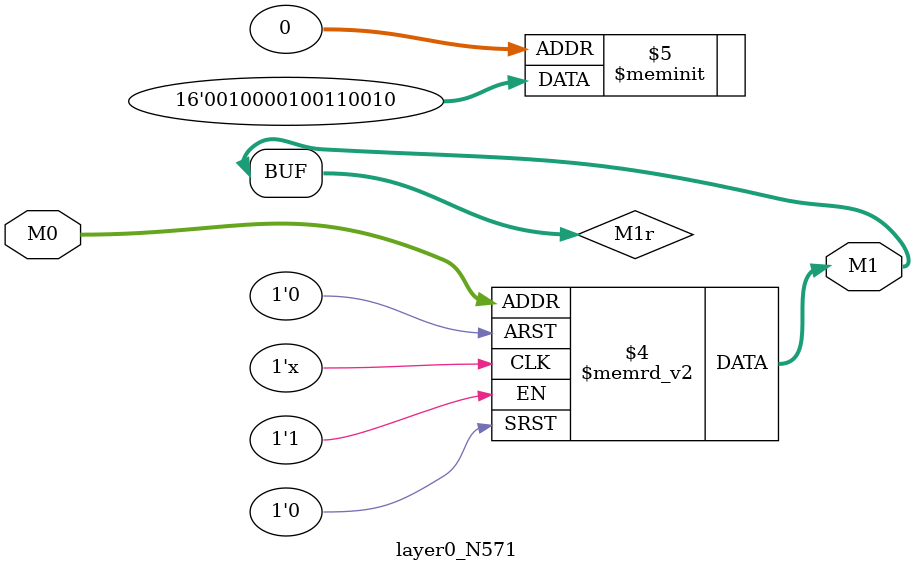
<source format=v>
module layer0_N571 ( input [2:0] M0, output [1:0] M1 );

	(*rom_style = "distributed" *) reg [1:0] M1r;
	assign M1 = M1r;
	always @ (M0) begin
		case (M0)
			3'b000: M1r = 2'b10;
			3'b100: M1r = 2'b01;
			3'b010: M1r = 2'b11;
			3'b110: M1r = 2'b10;
			3'b001: M1r = 2'b00;
			3'b101: M1r = 2'b00;
			3'b011: M1r = 2'b00;
			3'b111: M1r = 2'b00;

		endcase
	end
endmodule

</source>
